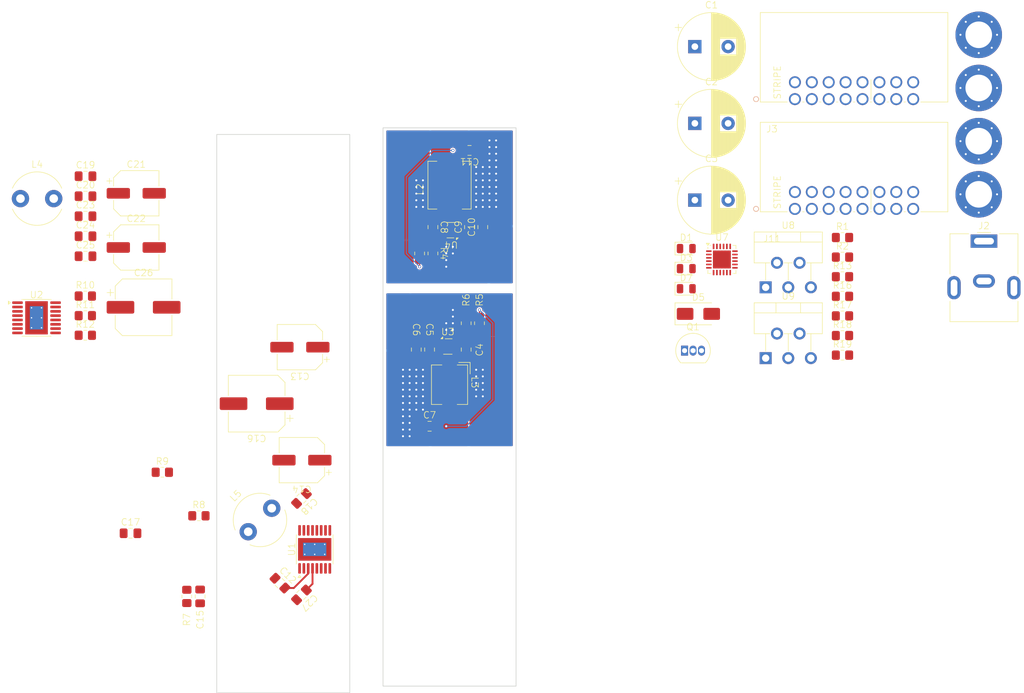
<source format=kicad_pcb>
(kicad_pcb (version 20240108) (generator "pcbnew") (generator_version "8.0")
  (layers (0 "F.Cu" signal) (31 "B.Cu" signal) (34 "B.Paste" user) (35 "F.Paste" user) (36 "B.SilkS" user "B.Silkscreen") (37 "F.SilkS" user "F.Silkscreen") (38 "B.Mask" user) (39 "F.Mask" user) (44 "Edge.Cuts" user))
  (net 0 "")
  (net 1 "/GATE")
  (net 2 "/CV")
  (net 3 "+5V")
  (net 4 "+12v")
  (net 5 "Net-(D4-K)")
  (net 6 "/+20V")
  (net 7 "Net-(D1-K)")
  (net 8 "Net-(D3-A)")
  (net 9 "Net-(D5-K)")
  (net 10 "Net-(D5-A)")
  (net 11 "Net-(D6-K)")
  (net 12 "Net-(Q1-C)")
  (net 14 "Net-(U7-VBUS_VS_DISCH)")
  (net 15 "Net-(U7-GND-Pad10)")
  (net 34 "Net-(D7-K)")
  (net 35 "/CC1")
  (net 36 "/VBUS")
  (net 37 "/CC2")
  (net 38 "PD +15v")
  (net 39 "Net-(U3-BST)")
  (net 43 "/12v SW")
  (net 44 "/12v FB")
  (net 45 "Net-(U4-BST)")
  (net 46 "/5v SW")
  (net 47 "+5v")
  (net 48 "/5v FB")
  (net 52 "-12V")
  (net 53 "Net-(U1-CBOOT)")
  (net 54 "Net-(U2-VCC)")
  (net 55 "Net-(C23-Pad1)")
  (net 56 "Net-(U2-CBOOT)")
  (net 57 "Net-(U1-VCC)")
  (net 58 "Net-(U1-PGOOD)")
  (net 59 "Net-(U2-PGOOD)")
  (net 67 "-12v B")
  (net 68 "COM")
  (net 69 "/-12v B CBOOT")
  (net 70 "/-12v B Bias")
  (footprint "Capacitor_SMD:C_0805_2012Metric_Pad1.18x1.45mm_HandSolder" (layer "F.Cu") (at 11.7375 108.36)
    (property "Reference" "C24")
    (property "Value" "4.7uf")
  )
  (footprint "AT-Footprints:IND_SRP6540-5R6M" (layer "F.Cu") (at 66.4675 100.675 90)
    (property "Reference" "L2")
    (property "Value" "5.6uH")
  )
  (footprint "Resistor_SMD:R_0805_2012Metric_Pad1.20x1.40mm_HandSolder" (layer "F.Cu") (at 125.5425 117.4)
    (property "Reference" "R16")
    (property "Value" "1k")
  )
  (footprint "Resistor_SMD:R_0805_2012Metric_Pad1.20x1.40mm_HandSolder" (layer "F.Cu") (at 23.285 143.87)
    (property "Reference" "R9")
    (property "Value" "92k")
  )
  (footprint "Resistor_SMD:R_0805_2012Metric_Pad1.20x1.40mm_HandSolder" (layer "F.Cu") (at 125.5425 126.25)
    (property "Reference" "R19")
    (property "Value" "47k")
  )
  (footprint "Capacitor_SMD:C_0805_2012Metric_Pad1.18x1.45mm_HandSolder" (layer "F.Cu") (at 11.7375 111.37)
    (property "Reference" "C25")
    (property "Value" "150pF")
  )
  (footprint "Resistor_SMD:R_0805_2012Metric_Pad1.20x1.40mm_HandSolder" (layer "F.Cu") (at 63.9675 110.95 -90)
    (property "Reference" "R4")
    (property "Value" "10k")
  )
  (footprint "Resistor_SMD:R_0805_2012Metric_Pad1.20x1.40mm_HandSolder" (layer "F.Cu") (at 125.5425 123.3)
    (property "Reference" "R18")
    (property "Value" "10k")
  )
  (footprint "Capacitor_SMD:C_0805_2012Metric_Pad1.18x1.45mm_HandSolder" (layer "F.Cu") (at 40.9675 160.55 -45)
    (property "Reference" "C12")
    (property "Value" "680nF")
  )
  (footprint "Resistor_SMD:R_0805_2012Metric_Pad1.20x1.40mm_HandSolder" (layer "F.Cu") (at 125.5425 111.5)
    (property "Reference" "R2")
    (property "Value" "500")
  )
  (footprint "Package_SO:HTSSOP-16-1EP_4.4x5mm_P0.65mm_EP3.4x5mm_Mask2.46x2.31mm_ThermalVias" (layer "F.Cu") (at 46.1925 155.47 90)
    (property "Reference" "U1")
    (property "Value" "LM43601PWPR")
  )
  (footprint "Capacitor_SMD:C_0805_2012Metric_Pad1.18x1.45mm_HandSolder" (layer "F.Cu") (at 11.7375 99.33)
    (property "Reference" "C19")
    (property "Value" "2.2uf")
  )
  (footprint "Capacitor_SMD:C_0805_2012Metric_Pad1.18x1.45mm_HandSolder" (layer "F.Cu") (at 63.4675 125.4125 -90)
    (property "Reference" "C5")
    (property "Value" "10uf")
  )
  (footprint "Capacitor_SMD:C_0805_2012Metric_Pad1.18x1.45mm_HandSolder" (layer "F.Cu") (at 11.7375 105.35)
    (property "Reference" "C23")
    (property "Value" "680nF")
  )
  (footprint "Package_TO_SOT_THT:TO-220-5_P3.4x3.7mm_StaggerOdd_Lead3.8mm_Vertical" (layer "F.Cu") (at 113.9925 126.7)
    (property "Reference" "U9")
    (property "Value" "LM2596T-12")
  )
  (footprint "Capacitor_SMD:C_0805_2012Metric_Pad1.18x1.45mm_HandSolder" (layer "F.Cu") (at 69.4675 106.9875 90)
    (property "Reference" "C9")
    (property "Value" "10uf")
  )
  (footprint "Capacitor_SMD:CP_Elec_8x6.9" (layer "F.Cu") (at 20.4675 119.05)
    (property "Reference" "C26")
    (property "Value" "100uF")
  )
  (footprint "Capacitor_SMD:C_0805_2012Metric_Pad1.18x1.45mm_HandSolder" (layer "F.Cu") (at 71.4675 106.9875 90)
    (property "Reference" "C10")
    (property "Value" "100nF")
  )
  (footprint "Resistor_SMD:R_0805_2012Metric_Pad1.20x1.40mm_HandSolder" (layer "F.Cu") (at 125.5425 120.35)
    (property "Reference" "R17")
    (property "Value" "10k")
  )
  (footprint "Resistor_SMD:R_0805_2012Metric_Pad1.20x1.40mm_HandSolder" (layer "F.Cu") (at 26.9675 162.55 90)
    (property "Reference" "R7")
    (property "Value" "1M")
  )
  (footprint "Resistor_SMD:R_0805_2012Metric_Pad1.20x1.40mm_HandSolder" (layer "F.Cu") (at 68.9675 121.45 90)
    (property "Reference" "R6")
    (property "Value" "10k")
  )
  (footprint "Resistor_SMD:R_0805_2012Metric_Pad1.20x1.40mm_HandSolder" (layer "F.Cu") (at 70.9675 121.45 90)
    (property "Reference" "R5")
    (property "Value" "140k")
  )
  (footprint "Resistor_SMD:R_0805_2012Metric_Pad1.20x1.40mm_HandSolder" (layer "F.Cu") (at 11.7075 123.26)
    (property "Reference" "R12")
    (property "Value" "92k")
  )
  (footprint "Resistor_SMD:R_0805_2012Metric_Pad1.20x1.40mm_HandSolder" (layer "F.Cu") (at 28.785 150.42)
    (property "Reference" "R8")
    (property "Value" "100k")
  )
  (footprint "Capacitor_SMD:C_0805_2012Metric_Pad1.18x1.45mm_HandSolder" (layer "F.Cu") (at 61.4675 125.4125 -90)
    (property "Reference" "C6")
    (property "Value" "100nF")
  )
  (footprint "Package_SO:HTSSOP-16-1EP_4.4x5mm_P0.65mm_EP3.4x5mm_Mask2.46x2.31mm_ThermalVias" (layer "F.Cu") (at 4.3725 120.635)
    (property "Reference" "U2")
    (property "Value" "LM43601PWPR")
  )
  (footprint "AT-Footprints:EURORACK Right Angle" (layer "F.Cu") (at 118.3905 104.248998)
    (property "Reference" "J11")
    (property "Value" "EURO_CONN")
  )
  (footprint "Inductor_THT:L_Radial_D7.8mm_P5.00mm_Fastron_07HCP" (layer "F.Cu") (at 36.199733 152.817767 45)
    (property "Reference" "L5")
    (property "Value" "56uH")
  )
  (footprint "llama_shared:H_ATX_PERF" (layer "F.Cu") (at 146.0275 102.055)
    (property "Reference" "H7" (hide yes))
    (property "Value" "H_HOLE" (hide yes))
  )
  (footprint "llama_shared:H_ATX_PERF" (layer "F.Cu") (at 146.0275 86.055)
    (property "Reference" "H5" (hide yes))
    (property "Value" "H_HOLE" (hide yes))
  )
  (footprint "Capacitor_SMD:CP_Elec_6.3x7.7" (layer "F.Cu") (at 19.3675 110.05)
    (property "Reference" "C22")
    (property "Value" "56uF")
  )
  (footprint "LED_SMD:LED_0805_2012Metric" (layer "F.Cu") (at 102.0525 110.215)
    (property "Reference" "D1")
    (property "Value" "5V OK")
  )
  (footprint "Inductor_THT:L_Radial_D7.8mm_P5.00mm_Fastron_07HCP" (layer "F.Cu") (at 1.9575 102.7)
    (property "Reference" "L4")
    (property "Value" "56uH")
  )
  (footprint "Capacitor_THT:CP_Radial_D10.0mm_P5.00mm" (layer "F.Cu") (at 103.347146 102.93)
    (property "Reference" "C3")
    (property "Value" "680uF")
  )
  (footprint "Capacitor_SMD:C_0805_2012Metric_Pad1.18x1.45mm_HandSolder" (layer "F.Cu") (at 28.9675 162.55 90)
    (property "Reference" "C15")
    (property "Value" "150pF")
  )
  (footprint "Capacitor_SMD:C_0805_2012Metric_Pad1.18x1.45mm_HandSolder" (layer "F.Cu") (at 63.4675 136.95)
    (property "Reference" "C7")
    (property "Value" "47uf")
  )
  (footprint "Capacitor_SMD:C_0805_2012Metric_Pad1.18x1.45mm_HandSolder" (layer "F.Cu") (at 63.9675 106.9875 -90)
    (property "Reference" "C8")
    (property "Value" "100nF")
  )
  (footprint "Capacitor_SMD:C_0805_2012Metric_Pad1.18x1.45mm_HandSolder" (layer "F.Cu") (at 44.201123 162.316377 -135)
    (property "Reference" "C27")
    (property "Value" "2.2uf")
  )
  (footprint "Capacitor_SMD:CP_Elec_6.3x7.7" (layer "F.Cu") (at 44.2675 142.05 180)
    (property "Reference" "C14")
    (property "Value" "56uF")
  )
  (footprint "Capacitor_SMD:C_0805_2012Metric_Pad1.18x1.45mm_HandSolder" (layer "F.Cu") (at 68.9675 125.4125 90)
    (property "Reference" "C4")
    (property "Value" "100nF")
  )
  (footprint "LED_SMD:LED_0805_2012Metric" (layer "F.Cu") (at 102.0525 113.235)
    (property "Reference" "D3")
    (property "Value" "-12V OK")
  )
  (footprint "Diode_SMD:D_SMA" (layer "F.Cu") (at 103.8775 120.04)
    (property "Reference" "D5")
    (property "Value" "SMAZ18-13-F")
  )
  (footprint "Resistor_SMD:R_0805_2012Metric_Pad1.20x1.40mm_HandSolder" (layer "F.Cu") (at 125.5425 108.55)
    (property "Reference" "R1")
    (property "Value" "500")
  )
  (footprint "Capacitor_THT:CP_Radial_D10.0mm_P5.00mm" (layer "F.Cu") (at 103.347146 91.38)
    (property "Reference" "C2")
    (property "Value" "180uF")
  )
  (footprint "Capacitor_SMD:CP_Elec_6.3x7.7" (layer "F.Cu") (at 43.9675 125.05 180)
    (property "Reference" "C13")
    (property "Value" "56uF")
  )
  (footprint "Package_TO_SOT_SMD:SOT-583-8" (layer "F.Cu") (at 66.7275 107.45 180)
    (property "Reference" "U4")
    (property "Value" "TPS563300")
  )
  (footprint "LED_SMD:LED_0805_2012Metric" (layer "F.Cu") (at 102.0525 116.255)
    (property "Reference" "D7")
    (property "Value" "12V OK")
  )
  (footprint "Resistor_SMD:R_0805_2012Metric_Pad1.20x1.40mm_HandSolder" (layer "F.Cu") (at 11.7075 120.31)
    (property "Reference" "R11")
    (property "Value" "1M")
  )
  (footprint "llama_shared:H_ATX_PERF" (layer "F.Cu") (at 146.0275 78.055)
    (property "Reference" "H1" (hide yes))
    (property "Value" "H_HOLE" (hide yes))
  )
  (footprint "Capacitor_SMD:C_0805_2012Metric_Pad1.18x1.45mm_HandSolder" (layer "F.Cu") (at 18.505 153.05)
    (property "Reference" "C17")
    (property "Value" "4.7uf")
  )
  (footprint "Capacitor_THT:CP_Radial_D10.0mm_P5.00mm" (layer "F.Cu") (at 103.347146 79.83)
    (property "Reference" "C1")
    (property "Value" "680uF")
  )
  (footprint "Capacitor_SMD:CP_Elec_6.3x7.7" (layer "F.Cu") (at 19.3675 101.9)
    (property "Reference" "C21")
    (property "Value" "56uF")
  )
  (footprint "Capacitor_SMD:C_0805_2012Metric_Pad1.18x1.45mm_HandSolder" (layer "F.Cu") (at 69.4675 95.45 180)
    (property "Reference" "C11")
    (property "Value" "47uf")
  )
  (footprint "Capacitor_SMD:CP_Elec_8x6.9" (layer "F.Cu") (at 37.4675 133.55 180)
    (property "Reference" "C16")
    (property "Value" "100uF")
  )
  (footprint "Package_DFN_QFN:QFN-24-1EP_4x4mm_P0.5mm_EP2.7x2.7mm" (layer "F.Cu") (at 107.4125 111.86)
    (property "Reference" "U7")
    (property "Value" "STUSB4500QTR")
  )
  (footprint "Connector_BarrelJack:BarrelJack_CUI_PJ-063AH_Horizontal" (layer "F.Cu") (at 146.8125 109.1)
    (property "Reference" "J2")
    (property "Value" "OPT_DC")
  )
  (footprint "Inductor_SMD:L_Bourns_SRP5030T" (layer "F.Cu") (at 66.4675 130.7 -90)
    (property "Reference" "L3")
    (property "Value" "4.7uH")
  )
  (footprint "Package_TO_SOT_SMD:SOT-583-8" (layer "F.Cu") (at 66.2075 124.95)
    (property "Reference" "U3")
    (property "Value" "TPS563300")
  )
  (footprint "Resistor_SMD:R_0805_2012Metric_Pad1.20x1.40mm_HandSolder" (layer "F.Cu") (at 61.967499 110.95 -90)
    (property "Reference" "R3" (hide yes))
    (property "Value" "52k3")
  )
  (footprint "Capacitor_SMD:C_0805_2012Metric_Pad1.18x1.45mm_HandSolder" (layer "F.Cu") (at 44.201123 147.816377 -135)
    (property "Reference" "C18")
    (property "Value" "4.7uf")
  )
  (footprint "Capacitor_SMD:C_0805_2012Metric_Pad1.18x1.45mm_HandSolder" (layer "F.Cu") (at 11.7375 102.34)
    (property "Reference" "C20")
    (property "Value" "4.7uf")
  )
  (footprint "AT-Footprints:EURORACK Right Angle" (layer "F.Cu") (at 118.3905 87.733999)
    (property "Reference" "J3")
    (property "Value" "EURO_CONN")
  )
  (footprint "Package_TO_SOT_THT:TO-92_Inline" (layer "F.Cu") (at 101.8025 125.57)
    (property "Reference" "Q1")
    (property "Value" "2N3904")
  )
  (footprint "Package_TO_SOT_THT:TO-220-5_P3.4x3.7mm_StaggerOdd_Lead3.8mm_Vertical" (layer "F.Cu") (at 113.9925 116.05)
    (property "Reference" "U8")
    (property "Value" "LM2596T-12")
  )
  (footprint "Resistor_SMD:R_0805_2012Metric_Pad1.20x1.40mm_HandSolder" (layer "F.Cu") (at 11.7075 117.36)
    (property "Reference" "R10")
    (property "Value" "100k")
  )
  (footprint "llama_shared:H_ATX_PERF" (layer "F.Cu") (at 146.0275 94.055)
    (property "Reference" "H6" (hide yes))
    (property "Value" "H_HOLE" (hide yes))
  )
  (footprint "Resistor_SMD:R_0805_2012Metric_Pad1.20x1.40mm_HandSolder" (layer "F.Cu") (at 125.5425 114.45)
    (property "Reference" "R13")
    (property "Value" "150")
  )
  (gr_rect (start 31.4675 93.05) (end 51.4675 177.05) (stroke (width 0.1)) (fill none) (layer "Edge.Cuts"))
  (gr_rect (start 56.4675 92.05) (end 76.4675 176.05) (stroke (width 0.1)) (fill none) (layer "Edge.Cuts"))
  (segment (start 70.9675 120.45) (end 70.9675 119.45) (width 0.1524) (layer "F.Cu") (net 4))
  (via (at 65.9675 136.95) (size 0.46) (drill 0.3) (layers "F.Cu" "B.Cu") (net 4))
  (via (at 70.9675 119.45) (size 0.46) (drill 0.3) (layers "F.Cu" "B.Cu") (net 4))
  (segment (start 72.9675 121.45) (end 70.9675 119.45) (width 0.1524) (layer "B.Cu") (net 4))
  (segment (start 65.9675 136.95) (end 68.9675 136.95) (width 0.1524) (layer "B.Cu") (net 4))
  (segment (start 68.9675 136.95) (end 72.9675 132.95) (width 0.1524) (layer "B.Cu") (net 4))
  (segment (start 72.9675 132.95) (end 72.9675 121.45) (width 0.1524) (layer "B.Cu") (net 4))
  (segment (start 68.6425 107.2) (end 69.4675 108.025) (width 0.2794) (layer "F.Cu") (net 38))
  (segment (start 64.2925 125.2) (end 63.4675 124.375) (width 0.2794) (layer "F.Cu") (net 38))
  (segment (start 65.4675 125.2) (end 64.2925 125.2) (width 0.2794) (layer "F.Cu") (net 38))
  (segment (start 67.4675 107.2) (end 68.6425 107.2) (width 0.2794) (layer "F.Cu") (net 38))
  (segment (start 68.1425 125.2) (end 68.9675 124.375) (width 0.2794) (layer "F.Cu") (net 39))
  (segment (start 66.9475 125.2) (end 68.1425 125.2) (width 0.2794) (layer "F.Cu") (net 39))
  (segment (start 68.9675 126.95) (end 67.4675 128.45) (width 0.2794) (layer "F.Cu") (net 43))
  (segment (start 68.9675 126.45) (end 68.9675 126.95) (width 0.2794) (layer "F.Cu") (net 43))
  (segment (start 67.4675 128.45) (end 66.4675 128.45) (width 0.2794) (layer "F.Cu") (net 43))
  (segment (start 67.2175 124.2) (end 68.9675 122.45) (width 0.2794) (layer "F.Cu") (net 44))
  (segment (start 66.9475 124.2) (end 67.2175 124.2) (width 0.2794) (layer "F.Cu") (net 44))
  (segment (start 65.9875 107.2) (end 64.792501 107.2) (width 0.2794) (layer "F.Cu") (net 45))
  (segment (start 64.792501 107.2) (end 63.9675 108.025001) (width 0.2794) (layer "F.Cu") (net 45))
  (segment (start 63.9675 105.95) (end 63.9675 105.45) (width 0.2794) (layer "F.Cu") (net 46))
  (segment (start 63.9675 105.45) (end 65.467501 103.95) (width 0.2794) (layer "F.Cu") (net 46))
  (segment (start 65.467501 103.95) (end 66.467499 103.95) (width 0.2794) (layer "F.Cu") (net 46))
  (segment (start 61.9675 111.95) (end 61.9675 112.95) (width 0.1524) (layer "F.Cu") (net 47))
  (via (at 66.9675 95.45) (size 0.46) (drill 0.3) (layers "F.Cu" "B.Cu") (net 47))
  (via (at 61.9675 112.95) (size 0.46) (drill 0.3) (layers "F.Cu" "B.Cu") (net 47))
  (segment (start 59.9675 99.45) (end 59.9675 110.95) (width 0.1524) (layer "B.Cu") (net 47))
  (segment (start 66.9675 95.45) (end 63.9675 95.45) (width 0.1524) (layer "B.Cu") (net 47))
  (segment (start 63.9675 95.45) (end 59.9675 99.45) (width 0.1524) (layer "B.Cu") (net 47))
  (segment (start 59.9675 110.95) (end 61.9675 112.95) (width 0.1524) (layer "B.Cu") (net 47))
  (segment (start 65.7175 108.2) (end 63.9675 109.95) (width 0.2794) (layer "F.Cu") (net 48))
  (segment (start 65.9875 108.2) (end 65.7175 108.2) (width 0.2794) (layer "F.Cu") (net 48))
  (segment (start 43.053876 161.283623) (end 45.2175 159.119999) (width 0.2794) (layer "F.Cu") (net 53))
  (segment (start 41.701123 161.283623) (end 43.053876 161.283623) (width 0.2794) (layer "F.Cu") (net 53))
  (segment (start 45.2175 159.119999) (end 45.2175 158.3325) (width 0.2794) (layer "F.Cu") (net 53))
  (segment (start 44.934746 161.582754) (end 45.8675 160.65) (width 0.2794) (layer "F.Cu") (net 57))
  (segment (start 45.8675 160.65) (end 45.8675 158.3325) (width 0.2794) (layer "F.Cu") (net 57))
  (via (at 59.4675 129.45) (size 0.46) (drill 0.3) (layers "F.Cu" "B.Cu") (net 67))
  (via (at 72.4675 93.95) (size 0.46) (drill 0.3) (layers "F.Cu" "B.Cu") (net 67))
  (via (at 72.4675 99.95) (size 0.46) (drill 0.3) (layers "F.Cu" "B.Cu") (net 67))
  (via (at 70.4675 101.95) (size 0.46) (drill 0.3) (layers "F.Cu" "B.Cu") (net 67))
  (via (at 59.4675 128.45) (size 0.46) (drill 0.3) (layers "F.Cu" "B.Cu") (net 67))
  (via (at 66.9675 110.95) (size 0.46) (drill 0.3) (layers "F.Cu" "B.Cu") (net 67))
  (via (at 62.4675 130.45) (size 0.46) (drill 0.3) (layers "F.Cu" "B.Cu") (net 67))
  (via (at 70.4675 100.95) (size 0.46) (drill 0.3) (layers "F.Cu" "B.Cu") (net 67))
  (via (at 71.4675 97.95) (size 0.46) (drill 0.3) (layers "F.Cu" "B.Cu") (net 67))
  (via (at 61.4675 128.45) (size 0.46) (drill 0.3) (layers "F.Cu" "B.Cu") (net 67))
  (via (at 73.467499 101.95) (size 0.46) (drill 0.3) (layers "F.Cu" "B.Cu") (net 67))
  (via (at 73.4675 103.95) (size 0.46) (drill 0.3) (layers "F.Cu" "B.Cu") (net 67))
  (via (at 66.9675 121.45) (size 0.46) (drill 0.3) (layers "F.Cu" "B.Cu") (net 67))
  (via (at 71.4675 100.95) (size 0.46) (drill 0.3) (layers "F.Cu" "B.Cu") (net 67))
  (via (at 62.4675 128.45) (size 0.46) (drill 0.3) (layers "F.Cu" "B.Cu") (net 67))
  (via (at 72.467501 101.95) (size 0.46) (drill 0.3) (layers "F.Cu" "B.Cu") (net 67))
  (via (at 62.4675 129.45) (size 0.46) (drill 0.3) (layers "F.Cu" "B.Cu") (net 67))
  (via (at 72.4675 95.95) (size 0.46) (drill 0.3) (layers "F.Cu" "B.Cu") (net 67))
  (via (at 61.4675 100.95) (size 0.46) (drill 0.3) (layers "F.Cu" "B.Cu") (net 67))
  (via (at 70.4675 128.45) (size 0.46) (drill 0.3) (layers "F.Cu" "B.Cu") (net 67))
  (via (at 72.4675 102.95) (size 0.46) (drill 0.3) (layers "F.Cu" "B.Cu") (net 67))
  (via (at 70.4675 129.45) (size 0.46) (drill 0.3) (layers "F.Cu" "B.Cu") (net 67))
  (via (at 60.4675 134.45) (size 0.46) (drill 0.3) (layers "F.Cu" "B.Cu") (net 67))
  (via (at 73.4675 95.95) (size 0.46) (drill 0.3) (layers "F.Cu" "B.Cu") (net 67))
  (via (at 70.4675 102.95) (size 0.46) (drill 0.3) (layers "F.Cu" "B.Cu") (net 67))
  (via (at 65.9675 111.95) (size 0.46) (drill 0.3) (layers "F.Cu" "B.Cu") (net 67))
  (via (at 62.4675 134.45) (size 0.46) (drill 0.3) (layers "F.Cu" "B.Cu") (net 67))
  (via (at 71.4675 132.45) (size 0.46) (drill 0.3) (layers "F.Cu" "B.Cu") (net 67))
  (via (at 60.4675 130.45) (size 0.46) (drill 0.3) (layers "F.Cu" "B.Cu") (net 67))
  (via (at 60.4675 136.45) (size 0.46) (drill 0.3) (layers "F.Cu" "B.Cu") (net 67))
  (via (at 72.4675 94.95) (size 0.46) (drill 0.3) (layers "F.Cu" "B.Cu") (net 67))
  (via (at 71.4675 131.45) (size 0.46) (drill 0.3) (layers "F.Cu" "B.Cu") (net 67))
  (via (at 60.4675 132.45) (size 0.46) (drill 0.3) (layers "F.Cu" "B.Cu") (net 67))
  (via (at 59.4675 134.45) (size 0.46) (drill 0.3) (layers "F.Cu" "B.Cu") (net 67))
  (via (at 70.467501 103.95) (size 0.46) (drill 0.3) (layers "F.Cu" "B.Cu") (net 67))
  (via (at 73.4675 93.95) (size 0.46) (drill 0.3) (layers "F.Cu" "B.Cu") (net 67))
  (via (at 62.4675 133.45) (size 0.46) (drill 0.3) (layers "F.Cu" "B.Cu") (net 67))
  (via (at 60.4675 129.45) (size 0.46) (drill 0.3) (layers "F.Cu" "B.Cu") (net 67))
  (via (at 59.4675 138.45) (size 0.46) (drill 0.3) (layers "F.Cu" "B.Cu") (net 67))
  (via (at 65.9675 121.45) (size 0.46) (drill 0.3) (layers "F.Cu" "B.Cu") (net 67))
  (via (at 73.4675 98.95) (size 0.46) (drill 0.3) (layers "F.Cu" "B.Cu") (net 67))
  (via (at 59.4675 132.45) (size 0.46) (drill 0.3) (layers "F.Cu" "B.Cu") (net 67))
  (via (at 70.4675 97.95) (size 0.46) (drill 0.3) (layers "F.Cu" "B.Cu") (net 67))
  (via (at 59.4675 136.45) (size 0.46) (drill 0.3) (layers "F.Cu" "B.Cu") (net 67))
  (via (at 61.4675 101.95) (size 0.46) (drill 0.3) (layers "F.Cu" "B.Cu") (net 67))
  (via (at 66.9675 120.45) (size 0.46) (drill 0.3) (layers "F.Cu" "B.Cu") (net 67))
  (via (at 60.4675 131.45) (size 0.46) (drill 0.3) (layers "F.Cu" "B.Cu") (net 67))
  (via (at 65.9675 109.95) (size 0.46) (drill 0.3) (layers "F.Cu" "B.Cu") (net 67))
  (via (at 71.4675 99.95) (size 0.46) (drill 0.3) (layers "F.Cu" "B.Cu") (net 67))
  (via (at 73.467499 96.95) (size 0.46) (drill 0.3) (layers "F.Cu" "B.Cu") (net 67))
  (via (at 71.4675 103.95) (size 0.46) (drill 0.3) (layers "F.Cu" "B.Cu") (net 67))
  (via (at 59.4675 130.45) (size 0.46) (drill 0.3) (layers "F.Cu" "B.Cu") (net 67))
  (via (at 61.4675 129.45) (size 0.46) (drill 0.3) (layers "F.Cu" "B.Cu") (net 67))
  (via (at 71.4675 130.45) (size 0.46) (drill 0.3) (layers "F.Cu" "B.Cu") (net 67))
  (via (at 73.4675 99.95) (size 0.46) (drill 0.3) (layers "F.Cu" "B.Cu") (net 67))
  (via (at 62.4675 132.45) (size 0.46) (drill 0.3) (layers "F.Cu" "B.Cu") (net 67))
  (via (at 72.4675 103.95) (size 0.46) (drill 0.3) (layers "F.Cu" "B.Cu") (net 67))
  (via (at 65.9675 122.45) (size 0.46) (drill 0.3) (layers "F.Cu" "B.Cu") (net 67))
  (via (at 73.4675 97.95) (size 0.46) (drill 0.3) (layers "F.Cu" "B.Cu") (net 67))
  (via (at 71.4675 101.95) (size 0.46) (drill 0.3) (layers "F.Cu" "B.Cu") (net 67))
  (via (at 61.4675 102.95) (size 0.46) (drill 0.3) (layers "F.Cu" "B.Cu") (net 67))
  (via (at 59.4675 133.45) (size 0.46) (drill 0.3) (layers "F.Cu" "B.Cu") (net 67))
  (via (at 61.4675 131.45) (size 0.46) (drill 0.3) (layers "F.Cu" "B.Cu") (net 67))
  (via (at 65.9675 110.949999) (size 0.46) (drill 0.3) (layers "F.Cu" "B.Cu") (net 67))
  (via (at 62.4675 101.95) (size 0.46) (drill 0.3) (layers "F.Cu" "B.Cu") (net 67))
  (via (at 72.4675 98.95) (size 0.46) (drill 0.3) (layers "F.Cu" "B.Cu") (net 67))
  (via (at 71.4675 98.95) (size 0.46) (drill 0.3) (layers "F.Cu" "B.Cu") (net 67))
  (via (at 70.4675 99.949999) (size 0.46) (drill 0.3) (layers "F.Cu" "B.Cu") (net 67))
  (via (at 59.4675 135.45) (size 0.46) (drill 0.3) (layers "F.Cu" "B.Cu") (net 67))
  (via (at 62.4675 102.95) (size 0.46) (drill 0.3) (layers "F.Cu" "B.Cu") (net 67))
  (via (at 61.4675 130.45) (size 0.46) (drill 0.3) (layers "F.Cu" "B.Cu") (net 67))
  (via (at 60.4675 128.45) (size 0.46) (drill 0.3) (layers "F.Cu" "B.Cu") (net 67))
  (via (at 61.4675 134.45) (size 0.46) (drill 0.3) (layers "F.Cu" "B.Cu") (net 67))
  (via (at 66.9675 122.45) (size 0.46) (drill 0.3) (layers "F.Cu" "B.Cu") (net 67))
  (via (at 70.4675 130.45) (size 0.46) (drill 0.3) (layers "F.Cu" "B.Cu") (net 67))
  (via (at 60.4675 133.45) (size 0.46) (drill 0.3) (layers "F.Cu" "B.Cu") (net 67))
  (via (at 61.4675 99.949999) (size 0.46) (drill 0.3) (layers "F.Cu" "B.Cu") (net 67))
  (via (at 72.4675 100.950001) (size 0.46) (drill 0.3) (layers "F.Cu" "B.Cu") (net 67))
  (via (at 70.4675 98.950001) (size 0.46) (drill 0.3) (layers "F.Cu" "B.Cu") (net 67))
  (via (at 62.4675 99.95) (size 0.46) (drill 0.3) (layers "F.Cu" "B.Cu") (net 67))
  (via (at 62.4675 131.45) (size 0.46) (drill 0.3) (layers "F.Cu" "B.Cu") (net 67))
  (via (at 72.4675 97.95) (size 0.46) (drill 0.3) (layers "F.Cu" "B.Cu") (net 67))
  (via (at 72.467501 96.95) (size 0.46) (drill 0.3) (layers "F.Cu" "B.Cu") (net 67))
  (via (at 60.4675 138.45) (size 0.46) (drill 0.3) (layers "F.Cu" "B.Cu") (net 67))
  (via (at 65.9675 112.95) (size 0.46) (drill 0.3) (layers "F.Cu" "B.Cu") (net 67))
  (via (at 71.4675 129.45) (size 0.46) (drill 0.3) (layers "F.Cu" "B.Cu") (net 67))
  (via (at 62.4675 100.95) (size 0.46) (drill 0.3) (layers "F.Cu" "B.Cu") (net 67))
  (via (at 60.4675 137.45) (size 0.46) (drill 0.3) (layers "F.Cu" "B.Cu") (net 67))
  (via (at 71.4675 102.95) (size 0.46) (drill 0.3) (layers "F.Cu" "B.Cu") (net 67))
  (via (at 70.4675 131.45) (size 0.46) (drill 0.3) (layers "F.Cu" "B.Cu") (net 67))
  (via (at 71.4675 128.45) (size 0.46) (drill 0.3) (layers "F.Cu" "B.Cu") (net 67))
  (via (at 73.4675 94.95) (size 0.46) (drill 0.3) (layers "F.Cu" "B.Cu") (net 67))
  (via (at 73.4675 100.950001) (size 0.46) (drill 0.3) (layers "F.Cu" "B.Cu") (net 67))
  (via (at 66.9675 119.45) (size 0.46) (drill 0.3) (layers "F.Cu" "B.Cu") (net 67))
  (via (at 61.4675 133.45) (size 0.46) (drill 0.3) (layers "F.Cu" "B.Cu") (net 67))
  (via (at 73.4675 102.95) (size 0.46) (drill 0.3) (layers "F.Cu" "B.Cu") (net 67))
  (via (at 62.4675 103.95) (size 0.46) (drill 0.3) (layers "F.Cu" "B.Cu") (net 67))
  (via (at 59.4675 137.45) (size 0.46) (drill 0.3) (layers "F.Cu" "B.Cu") (net 67))
  (via (at 66.9675 109.95) (size 0.46) (drill 0.3) (layers "F.Cu" "B.Cu") (net 67))
  (via (at 59.4675 131.45) (size 0.46) (drill 0.3) (layers "F.Cu" "B.Cu") (net 67))
  (via (at 61.4675 132.45) (size 0.46) (drill 0.3) (layers "F.Cu" "B.Cu") (net 67))
  (via (at 60.4675 135.45) (size 0.46) (drill 0.3) (layers "F.Cu" "B.Cu") (net 67))
  (via (at 61.4675 103.949999) (size 0.46) (drill 0.3) (layers "F.Cu" "B.Cu") (net 67))
  (via (at 70.4675 132.45) (size 0.46) (drill 0.3) (layers "F.Cu" "B.Cu") (net 67))
  (zone (net 67) (net_name "-12v B") (layer "F.Cu") (priority 7) (connect_pads yes (clearance 0)) (min_thickness 0.25) (fill yes (thermal_gap 0.5) (thermal_bridge_width 0.5) (island_removal_mode 1) (island_area_min 10))
    (polygon (pts (xy 65.9675 125.79763) (xy 65.9675 125.79763) (xy 64.4675 123.45) (xy 66.9675 123.45) (xy 66.4675 125.95)))
  )
  (zone (net 67) (net_name "-12v B") (layer "F.Cu") (priority 6) (connect_pads yes (clearance 0)) (min_thickness 0.25) (fill yes (thermal_gap 0.5) (thermal_bridge_width 0.5) (island_removal_mode 1) (island_area_min 10))
    (polygon (pts (xy 66.495514 107.074356) (xy 75.9675 106.95) (xy 75.9675 92.45) (xy 69.4675 92.45) (xy 69.4675 104.95) (xy 67.9675 104.95) (xy 66.499719 106.417781)))
  )
  (zone (net 44) (net_name "/12v FB") (layer "F.Cu") (priority 4) (connect_pads yes (clearance 0)) (min_thickness 0.25) (fill yes (thermal_gap 0.5) (thermal_bridge_width 0.5))
    (polygon (pts (xy 65.9675 107.949998) (xy 64.9675 108.95) (xy 60.9675 108.95) (xy 60.967501 110.95) (xy 64.5675 110.95) (xy 65.9675 108.575)))
  )
  (zone (net 67) (net_name "-12v B") (layer "F.Cu") (priority 9) (connect_pads yes (clearance 0)) (min_thickness 0.25) (fill yes (thermal_gap 0.5) (thermal_bridge_width 0.5))
    (polygon (pts (xy 75.9675 123.45) (xy 75.9675 139.95) (xy 69.4675 139.95) (xy 69.4675 123.45)))
  )
  (zone (net 4) (net_name "+12v") (layer "F.Cu") (priority 5) (connect_pads yes (clearance 0)) (min_thickness 0.25) (fill yes (thermal_gap 0.5) (thermal_bridge_width 0.5))
    (polygon (pts (xy 63.4675 131.45) (xy 63.4675 139.95) (xy 69.4675 139.95) (xy 69.4675 131.45)))
  )
  (zone (net 67) (net_name "-12v B") (layer "F.Cu") (priority 1) (connect_pads yes (clearance 0)) (min_thickness 0.25) (fill yes (thermal_gap 0.5) (thermal_bridge_width 0.5))
    (polygon (pts (xy 66.9675 123.45) (xy 66.9675 123.45) (xy 75.9675 123.45) (xy 75.9675 116.95) (xy 60.4675 116.95) (xy 60.4675 123.45)))
  )
  (zone (net 67) (net_name "-12v B") (layer "F.Cu") (priority 9) (connect_pads yes (clearance 0)) (min_thickness 0.25) (fill yes (thermal_gap 0.5) (thermal_bridge_width 0.5))
    (polygon (pts (xy 56.9675 108.95) (xy 56.9675 92.45) (xy 63.4675 92.45) (xy 63.4675 108.95)))
  )
  (zone (net 67) (net_name "-12v B") (layer "F.Cu") (priority 1) (connect_pads yes (clearance 0)) (min_thickness 0.25) (fill yes (thermal_gap 0.5) (thermal_bridge_width 0.5))
    (polygon (pts (xy 65.9675 108.95) (xy 56.9675 108.95) (xy 56.9675 115.45) (xy 72.4675 115.45) (xy 72.4675 108.95)))
  )
  (zone (net 38) (net_name "PD +15v") (layer "F.Cu") (priority 8) (connect_pads yes (clearance 0)) (min_thickness 0.25) (fill yes (thermal_gap 0.5) (thermal_bridge_width 0.5) (island_removal_mode 1) (island_area_min 10))
    (polygon (pts (xy 67.4675 106.95) (xy 75.9675 106.95) (xy 75.9675 115.45) (xy 72.4675 115.45) (xy 72.4675 108.95) (xy 68.4675 108.95)))
  )
  (zone (net 67) (net_name "-12v B") (layer "F.Cu") (priority 7) (connect_pads yes (clearance 0)) (min_thickness 0.25) (fill yes (thermal_gap 0.5) (thermal_bridge_width 0.5) (island_removal_mode 1) (island_area_min 10))
    (polygon (pts (xy 66.9675 106.60237) (xy 68.4675 108.95) (xy 65.9675 108.95) (xy 66.467499 106.45)))
  )
  (zone (net 67) (net_name "-12v B") (layer "F.Cu") (priority 6) (connect_pads yes (clearance 0)) (min_thickness 0.25) (fill yes (thermal_gap 0.5) (thermal_bridge_width 0.5) (island_removal_mode 1) (island_area_min 10))
    (polygon (pts (xy 66.439486 125.325644) (xy 56.9675 125.45) (xy 56.9675 139.95) (xy 63.4675 139.95) (xy 63.4675 127.45) (xy 64.9675 127.45) (xy 66.435281 125.982219)))
  )
  (zone (net 43) (net_name "/12v SW") (layer "F.Cu") (priority 2) (connect_pads yes (clearance 0)) (min_thickness 0.25) (fill yes (thermal_gap 0.5) (thermal_bridge_width 0.5))
    (polygon (pts (xy 66.4675 125.45) (xy 66.4675 125.95) (xy 63.4675 126.95) (xy 63.4675 129.95) (xy 67.9675 129.95) (xy 67.9675 125.45)))
  )
  (zone (net 38) (net_name "PD +15v") (layer "F.Cu") (priority 8) (connect_pads yes (clearance 0)) (min_thickness 0.25) (fill yes (thermal_gap 0.5) (thermal_bridge_width 0.5) (island_removal_mode 1) (island_area_min 10))
    (polygon (pts (xy 65.4675 125.45) (xy 56.9675 125.45) (xy 56.9675 116.95) (xy 60.4675 116.95) (xy 60.4675 123.45) (xy 64.4675 123.45)))
  )
  (zone (net 4) (net_name "+12v") (layer "F.Cu") (priority 5) (connect_pads yes (clearance 0)) (min_thickness 0.25) (fill yes (thermal_gap 0.5) (thermal_bridge_width 0.5))
    (polygon (pts (xy 69.4675 100.95) (xy 69.4675 92.45) (xy 63.4675 92.45) (xy 63.4675 100.950001)))
  )
  (zone (net 43) (net_name "/12v SW") (layer "F.Cu") (priority 2) (connect_pads yes (clearance 0)) (min_thickness 0.25) (fill yes (thermal_gap 0.5) (thermal_bridge_width 0.5))
    (polygon (pts (xy 66.4675 106.95) (xy 66.467499 106.45) (xy 69.4675 105.45) (xy 69.4675 102.45) (xy 64.9675 102.45) (xy 64.9675 106.95)))
  )
  (zone (net 44) (net_name "/12v FB") (layer "F.Cu") (priority 4) (connect_pads yes (clearance 0)) (min_thickness 0.25) (fill yes (thermal_gap 0.5) (thermal_bridge_width 0.5))
    (polygon (pts (xy 66.9675 124.450001) (xy 67.9675 123.45) (xy 67.9675 123.45) (xy 71.9675 123.45) (xy 71.9675 121.45) (xy 68.3675 121.45) (xy 66.9675 123.825)))
  )
  (zone (net 67) (net_name "-12v B") (layer "B.Cu") (priority 10) (connect_pads yes (clearance 0)) (min_thickness 0.25) (fill yes (thermal_gap 0.5) (thermal_bridge_width 0.5))
    (polygon (pts (xy 75.9675 115.45) (xy 56.9675 115.45) (xy 56.9675 92.45) (xy 75.9675 92.45)))
  )
  (zone (net 67) (net_name "-12v B") (layer "B.Cu") (priority 10) (connect_pads yes (clearance 0)) (min_thickness 0.25) (fill yes (thermal_gap 0.5) (thermal_bridge_width 0.5))
    (polygon (pts (xy 56.9675 116.95) (xy 75.9675 116.95) (xy 75.9675 139.95) (xy 56.9675 139.95)))
  )
)
</source>
